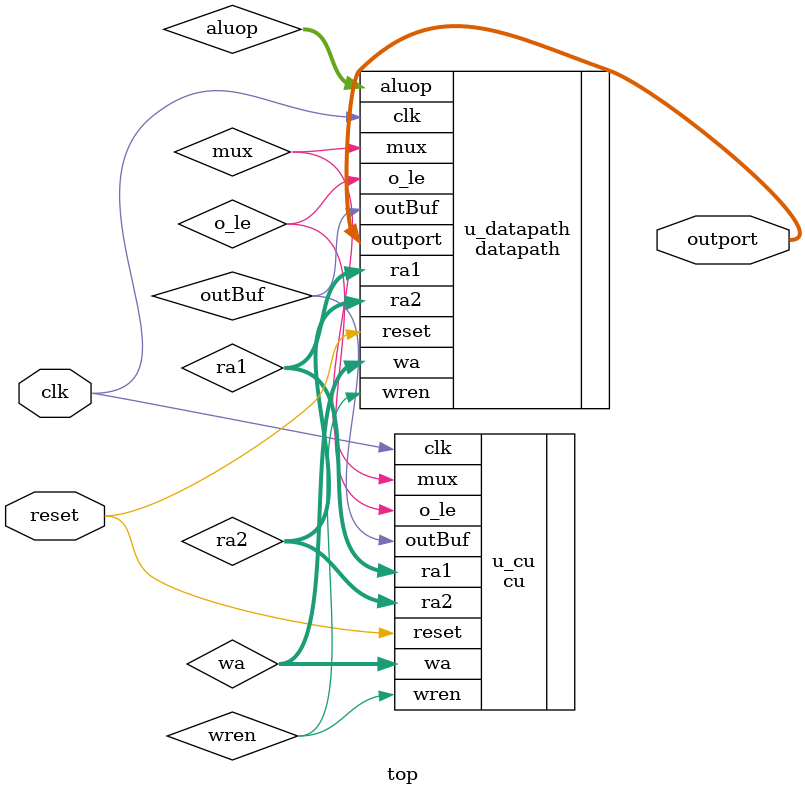
<source format=sv>
`timescale 1ns / 1ps


module top (
    input clk,
    input reset,
    output logic [7:0] outport
);
    logic [3:0] ra1,ra2,wa;
    logic [3:0] aluop;
    datapath u_datapath (
        .clk    (clk),
        .reset  (reset),
        .aluop (aluop),
        .ra1    (ra1),
        .ra2    (ra2),
        .mux    (mux),
        .wren   (wren),
        .wa     (wa),
        .outBuf (outBuf),
        .o_le   (o_le),
        .outport(outport)
    );
    cu u_cu (
        .clk   (clk),
        .reset (reset),
        .ra1   (ra1),
        .ra2   (ra2),
        .mux   (mux),
        .wren  (wren),
        .wa    (wa),
        .outBuf(outBuf),
        .o_le  (o_le)
    );


endmodule

</source>
